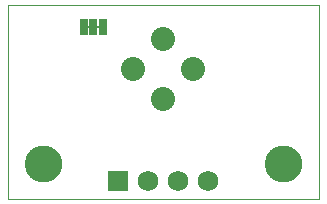
<source format=gbs>
G75*
%MOIN*%
%OFA0B0*%
%FSLAX25Y25*%
%IPPOS*%
%LPD*%
%AMOC8*
5,1,8,0,0,1.08239X$1,22.5*
%
%ADD10C,0.00100*%
%ADD11C,0.00000*%
%ADD12C,0.12211*%
%ADD13R,0.06900X0.06900*%
%ADD14C,0.06900*%
%ADD15R,0.02900X0.05400*%
%ADD16C,0.00800*%
%ADD17C,0.08000*%
D10*
X0001350Y0007294D02*
X0001350Y0071861D01*
X0104972Y0071861D01*
X0104972Y0007294D01*
X0001350Y0007294D01*
D11*
X0007255Y0019106D02*
X0007257Y0019259D01*
X0007263Y0019413D01*
X0007273Y0019566D01*
X0007287Y0019718D01*
X0007305Y0019871D01*
X0007327Y0020022D01*
X0007352Y0020173D01*
X0007382Y0020324D01*
X0007416Y0020474D01*
X0007453Y0020622D01*
X0007494Y0020770D01*
X0007539Y0020916D01*
X0007588Y0021062D01*
X0007641Y0021206D01*
X0007697Y0021348D01*
X0007757Y0021489D01*
X0007821Y0021629D01*
X0007888Y0021767D01*
X0007959Y0021903D01*
X0008034Y0022037D01*
X0008111Y0022169D01*
X0008193Y0022299D01*
X0008277Y0022427D01*
X0008365Y0022553D01*
X0008456Y0022676D01*
X0008550Y0022797D01*
X0008648Y0022915D01*
X0008748Y0023031D01*
X0008852Y0023144D01*
X0008958Y0023255D01*
X0009067Y0023363D01*
X0009179Y0023468D01*
X0009293Y0023569D01*
X0009411Y0023668D01*
X0009530Y0023764D01*
X0009652Y0023857D01*
X0009777Y0023946D01*
X0009904Y0024033D01*
X0010033Y0024115D01*
X0010164Y0024195D01*
X0010297Y0024271D01*
X0010432Y0024344D01*
X0010569Y0024413D01*
X0010708Y0024478D01*
X0010848Y0024540D01*
X0010990Y0024598D01*
X0011133Y0024653D01*
X0011278Y0024704D01*
X0011424Y0024751D01*
X0011571Y0024794D01*
X0011719Y0024833D01*
X0011868Y0024869D01*
X0012018Y0024900D01*
X0012169Y0024928D01*
X0012320Y0024952D01*
X0012473Y0024972D01*
X0012625Y0024988D01*
X0012778Y0025000D01*
X0012931Y0025008D01*
X0013084Y0025012D01*
X0013238Y0025012D01*
X0013391Y0025008D01*
X0013544Y0025000D01*
X0013697Y0024988D01*
X0013849Y0024972D01*
X0014002Y0024952D01*
X0014153Y0024928D01*
X0014304Y0024900D01*
X0014454Y0024869D01*
X0014603Y0024833D01*
X0014751Y0024794D01*
X0014898Y0024751D01*
X0015044Y0024704D01*
X0015189Y0024653D01*
X0015332Y0024598D01*
X0015474Y0024540D01*
X0015614Y0024478D01*
X0015753Y0024413D01*
X0015890Y0024344D01*
X0016025Y0024271D01*
X0016158Y0024195D01*
X0016289Y0024115D01*
X0016418Y0024033D01*
X0016545Y0023946D01*
X0016670Y0023857D01*
X0016792Y0023764D01*
X0016911Y0023668D01*
X0017029Y0023569D01*
X0017143Y0023468D01*
X0017255Y0023363D01*
X0017364Y0023255D01*
X0017470Y0023144D01*
X0017574Y0023031D01*
X0017674Y0022915D01*
X0017772Y0022797D01*
X0017866Y0022676D01*
X0017957Y0022553D01*
X0018045Y0022427D01*
X0018129Y0022299D01*
X0018211Y0022169D01*
X0018288Y0022037D01*
X0018363Y0021903D01*
X0018434Y0021767D01*
X0018501Y0021629D01*
X0018565Y0021489D01*
X0018625Y0021348D01*
X0018681Y0021206D01*
X0018734Y0021062D01*
X0018783Y0020916D01*
X0018828Y0020770D01*
X0018869Y0020622D01*
X0018906Y0020474D01*
X0018940Y0020324D01*
X0018970Y0020173D01*
X0018995Y0020022D01*
X0019017Y0019871D01*
X0019035Y0019718D01*
X0019049Y0019566D01*
X0019059Y0019413D01*
X0019065Y0019259D01*
X0019067Y0019106D01*
X0019065Y0018953D01*
X0019059Y0018799D01*
X0019049Y0018646D01*
X0019035Y0018494D01*
X0019017Y0018341D01*
X0018995Y0018190D01*
X0018970Y0018039D01*
X0018940Y0017888D01*
X0018906Y0017738D01*
X0018869Y0017590D01*
X0018828Y0017442D01*
X0018783Y0017296D01*
X0018734Y0017150D01*
X0018681Y0017006D01*
X0018625Y0016864D01*
X0018565Y0016723D01*
X0018501Y0016583D01*
X0018434Y0016445D01*
X0018363Y0016309D01*
X0018288Y0016175D01*
X0018211Y0016043D01*
X0018129Y0015913D01*
X0018045Y0015785D01*
X0017957Y0015659D01*
X0017866Y0015536D01*
X0017772Y0015415D01*
X0017674Y0015297D01*
X0017574Y0015181D01*
X0017470Y0015068D01*
X0017364Y0014957D01*
X0017255Y0014849D01*
X0017143Y0014744D01*
X0017029Y0014643D01*
X0016911Y0014544D01*
X0016792Y0014448D01*
X0016670Y0014355D01*
X0016545Y0014266D01*
X0016418Y0014179D01*
X0016289Y0014097D01*
X0016158Y0014017D01*
X0016025Y0013941D01*
X0015890Y0013868D01*
X0015753Y0013799D01*
X0015614Y0013734D01*
X0015474Y0013672D01*
X0015332Y0013614D01*
X0015189Y0013559D01*
X0015044Y0013508D01*
X0014898Y0013461D01*
X0014751Y0013418D01*
X0014603Y0013379D01*
X0014454Y0013343D01*
X0014304Y0013312D01*
X0014153Y0013284D01*
X0014002Y0013260D01*
X0013849Y0013240D01*
X0013697Y0013224D01*
X0013544Y0013212D01*
X0013391Y0013204D01*
X0013238Y0013200D01*
X0013084Y0013200D01*
X0012931Y0013204D01*
X0012778Y0013212D01*
X0012625Y0013224D01*
X0012473Y0013240D01*
X0012320Y0013260D01*
X0012169Y0013284D01*
X0012018Y0013312D01*
X0011868Y0013343D01*
X0011719Y0013379D01*
X0011571Y0013418D01*
X0011424Y0013461D01*
X0011278Y0013508D01*
X0011133Y0013559D01*
X0010990Y0013614D01*
X0010848Y0013672D01*
X0010708Y0013734D01*
X0010569Y0013799D01*
X0010432Y0013868D01*
X0010297Y0013941D01*
X0010164Y0014017D01*
X0010033Y0014097D01*
X0009904Y0014179D01*
X0009777Y0014266D01*
X0009652Y0014355D01*
X0009530Y0014448D01*
X0009411Y0014544D01*
X0009293Y0014643D01*
X0009179Y0014744D01*
X0009067Y0014849D01*
X0008958Y0014957D01*
X0008852Y0015068D01*
X0008748Y0015181D01*
X0008648Y0015297D01*
X0008550Y0015415D01*
X0008456Y0015536D01*
X0008365Y0015659D01*
X0008277Y0015785D01*
X0008193Y0015913D01*
X0008111Y0016043D01*
X0008034Y0016175D01*
X0007959Y0016309D01*
X0007888Y0016445D01*
X0007821Y0016583D01*
X0007757Y0016723D01*
X0007697Y0016864D01*
X0007641Y0017006D01*
X0007588Y0017150D01*
X0007539Y0017296D01*
X0007494Y0017442D01*
X0007453Y0017590D01*
X0007416Y0017738D01*
X0007382Y0017888D01*
X0007352Y0018039D01*
X0007327Y0018190D01*
X0007305Y0018341D01*
X0007287Y0018494D01*
X0007273Y0018646D01*
X0007263Y0018799D01*
X0007257Y0018953D01*
X0007255Y0019106D01*
X0087255Y0019106D02*
X0087257Y0019259D01*
X0087263Y0019413D01*
X0087273Y0019566D01*
X0087287Y0019718D01*
X0087305Y0019871D01*
X0087327Y0020022D01*
X0087352Y0020173D01*
X0087382Y0020324D01*
X0087416Y0020474D01*
X0087453Y0020622D01*
X0087494Y0020770D01*
X0087539Y0020916D01*
X0087588Y0021062D01*
X0087641Y0021206D01*
X0087697Y0021348D01*
X0087757Y0021489D01*
X0087821Y0021629D01*
X0087888Y0021767D01*
X0087959Y0021903D01*
X0088034Y0022037D01*
X0088111Y0022169D01*
X0088193Y0022299D01*
X0088277Y0022427D01*
X0088365Y0022553D01*
X0088456Y0022676D01*
X0088550Y0022797D01*
X0088648Y0022915D01*
X0088748Y0023031D01*
X0088852Y0023144D01*
X0088958Y0023255D01*
X0089067Y0023363D01*
X0089179Y0023468D01*
X0089293Y0023569D01*
X0089411Y0023668D01*
X0089530Y0023764D01*
X0089652Y0023857D01*
X0089777Y0023946D01*
X0089904Y0024033D01*
X0090033Y0024115D01*
X0090164Y0024195D01*
X0090297Y0024271D01*
X0090432Y0024344D01*
X0090569Y0024413D01*
X0090708Y0024478D01*
X0090848Y0024540D01*
X0090990Y0024598D01*
X0091133Y0024653D01*
X0091278Y0024704D01*
X0091424Y0024751D01*
X0091571Y0024794D01*
X0091719Y0024833D01*
X0091868Y0024869D01*
X0092018Y0024900D01*
X0092169Y0024928D01*
X0092320Y0024952D01*
X0092473Y0024972D01*
X0092625Y0024988D01*
X0092778Y0025000D01*
X0092931Y0025008D01*
X0093084Y0025012D01*
X0093238Y0025012D01*
X0093391Y0025008D01*
X0093544Y0025000D01*
X0093697Y0024988D01*
X0093849Y0024972D01*
X0094002Y0024952D01*
X0094153Y0024928D01*
X0094304Y0024900D01*
X0094454Y0024869D01*
X0094603Y0024833D01*
X0094751Y0024794D01*
X0094898Y0024751D01*
X0095044Y0024704D01*
X0095189Y0024653D01*
X0095332Y0024598D01*
X0095474Y0024540D01*
X0095614Y0024478D01*
X0095753Y0024413D01*
X0095890Y0024344D01*
X0096025Y0024271D01*
X0096158Y0024195D01*
X0096289Y0024115D01*
X0096418Y0024033D01*
X0096545Y0023946D01*
X0096670Y0023857D01*
X0096792Y0023764D01*
X0096911Y0023668D01*
X0097029Y0023569D01*
X0097143Y0023468D01*
X0097255Y0023363D01*
X0097364Y0023255D01*
X0097470Y0023144D01*
X0097574Y0023031D01*
X0097674Y0022915D01*
X0097772Y0022797D01*
X0097866Y0022676D01*
X0097957Y0022553D01*
X0098045Y0022427D01*
X0098129Y0022299D01*
X0098211Y0022169D01*
X0098288Y0022037D01*
X0098363Y0021903D01*
X0098434Y0021767D01*
X0098501Y0021629D01*
X0098565Y0021489D01*
X0098625Y0021348D01*
X0098681Y0021206D01*
X0098734Y0021062D01*
X0098783Y0020916D01*
X0098828Y0020770D01*
X0098869Y0020622D01*
X0098906Y0020474D01*
X0098940Y0020324D01*
X0098970Y0020173D01*
X0098995Y0020022D01*
X0099017Y0019871D01*
X0099035Y0019718D01*
X0099049Y0019566D01*
X0099059Y0019413D01*
X0099065Y0019259D01*
X0099067Y0019106D01*
X0099065Y0018953D01*
X0099059Y0018799D01*
X0099049Y0018646D01*
X0099035Y0018494D01*
X0099017Y0018341D01*
X0098995Y0018190D01*
X0098970Y0018039D01*
X0098940Y0017888D01*
X0098906Y0017738D01*
X0098869Y0017590D01*
X0098828Y0017442D01*
X0098783Y0017296D01*
X0098734Y0017150D01*
X0098681Y0017006D01*
X0098625Y0016864D01*
X0098565Y0016723D01*
X0098501Y0016583D01*
X0098434Y0016445D01*
X0098363Y0016309D01*
X0098288Y0016175D01*
X0098211Y0016043D01*
X0098129Y0015913D01*
X0098045Y0015785D01*
X0097957Y0015659D01*
X0097866Y0015536D01*
X0097772Y0015415D01*
X0097674Y0015297D01*
X0097574Y0015181D01*
X0097470Y0015068D01*
X0097364Y0014957D01*
X0097255Y0014849D01*
X0097143Y0014744D01*
X0097029Y0014643D01*
X0096911Y0014544D01*
X0096792Y0014448D01*
X0096670Y0014355D01*
X0096545Y0014266D01*
X0096418Y0014179D01*
X0096289Y0014097D01*
X0096158Y0014017D01*
X0096025Y0013941D01*
X0095890Y0013868D01*
X0095753Y0013799D01*
X0095614Y0013734D01*
X0095474Y0013672D01*
X0095332Y0013614D01*
X0095189Y0013559D01*
X0095044Y0013508D01*
X0094898Y0013461D01*
X0094751Y0013418D01*
X0094603Y0013379D01*
X0094454Y0013343D01*
X0094304Y0013312D01*
X0094153Y0013284D01*
X0094002Y0013260D01*
X0093849Y0013240D01*
X0093697Y0013224D01*
X0093544Y0013212D01*
X0093391Y0013204D01*
X0093238Y0013200D01*
X0093084Y0013200D01*
X0092931Y0013204D01*
X0092778Y0013212D01*
X0092625Y0013224D01*
X0092473Y0013240D01*
X0092320Y0013260D01*
X0092169Y0013284D01*
X0092018Y0013312D01*
X0091868Y0013343D01*
X0091719Y0013379D01*
X0091571Y0013418D01*
X0091424Y0013461D01*
X0091278Y0013508D01*
X0091133Y0013559D01*
X0090990Y0013614D01*
X0090848Y0013672D01*
X0090708Y0013734D01*
X0090569Y0013799D01*
X0090432Y0013868D01*
X0090297Y0013941D01*
X0090164Y0014017D01*
X0090033Y0014097D01*
X0089904Y0014179D01*
X0089777Y0014266D01*
X0089652Y0014355D01*
X0089530Y0014448D01*
X0089411Y0014544D01*
X0089293Y0014643D01*
X0089179Y0014744D01*
X0089067Y0014849D01*
X0088958Y0014957D01*
X0088852Y0015068D01*
X0088748Y0015181D01*
X0088648Y0015297D01*
X0088550Y0015415D01*
X0088456Y0015536D01*
X0088365Y0015659D01*
X0088277Y0015785D01*
X0088193Y0015913D01*
X0088111Y0016043D01*
X0088034Y0016175D01*
X0087959Y0016309D01*
X0087888Y0016445D01*
X0087821Y0016583D01*
X0087757Y0016723D01*
X0087697Y0016864D01*
X0087641Y0017006D01*
X0087588Y0017150D01*
X0087539Y0017296D01*
X0087494Y0017442D01*
X0087453Y0017590D01*
X0087416Y0017738D01*
X0087382Y0017888D01*
X0087352Y0018039D01*
X0087327Y0018190D01*
X0087305Y0018341D01*
X0087287Y0018494D01*
X0087273Y0018646D01*
X0087263Y0018799D01*
X0087257Y0018953D01*
X0087255Y0019106D01*
D12*
X0093161Y0019106D03*
X0013161Y0019106D03*
D13*
X0038161Y0013200D03*
D14*
X0048161Y0013200D03*
X0058161Y0013200D03*
X0068161Y0013200D03*
D15*
X0032950Y0064594D03*
X0029750Y0064594D03*
X0026550Y0064594D03*
D16*
X0026350Y0064594D02*
X0033250Y0064594D01*
D17*
X0043161Y0050602D03*
X0053161Y0060602D03*
X0063161Y0050602D03*
X0053161Y0040602D03*
M02*

</source>
